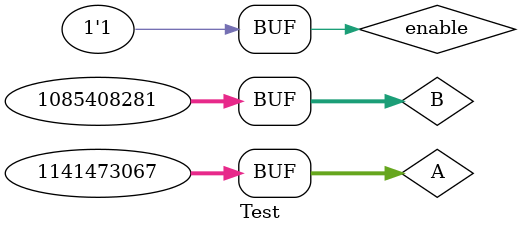
<source format=v>
`timescale 1ns / 1ps


module Test;

	// Inputs
	reg [31:0] A;
	reg [31:0] B;
	reg enable;

	// Outputs
	wire [31:0] Out;

	// Instantiate the Unit Under Test (UUT)
	FloatingPointAdder uut (
		.A(A), 
		.B(B), 
		.Out(Out),
		.enable(enable)
	);

	initial begin
		// Initialize Inputs
		A = 0;
		B = 0;
		enable=1;

		// Wait 200 ns for global reset to finish
		#200;
       A=32'b01000001001101100000000000000001;//11.375
		 B=32'b01000000101100100000010000011011;//5.56300
		 //SUM=16.938
		 $monitor("Output:  %b ",Out);
		 
		 
		#200 
		 A=32'b01000010011011111110101110000101;//59.979
		 B=32'b01000000110100000000000000000000;//6.5
		 //SUM=66.479
		 $monitor("Output:  %b ",Out);
		 
		 
		#200 
		 A=32'b01000100011110100010000000000000;//1000.5
		 B=32'b01000100011101010110100111011011;//981.654
		 //SUM=1982.1539
		 $monitor("Output:  %b ",Out);
		 
		 
		#200
		 A=32'b01000100000010010111111100101011;//549.987
		 B=32'b01000000101100100000010000011001;//5.563
		 //SUM=555.499
		 $monitor("Output:  %b ",Out);
		  
		
	end
      
endmodule


</source>
